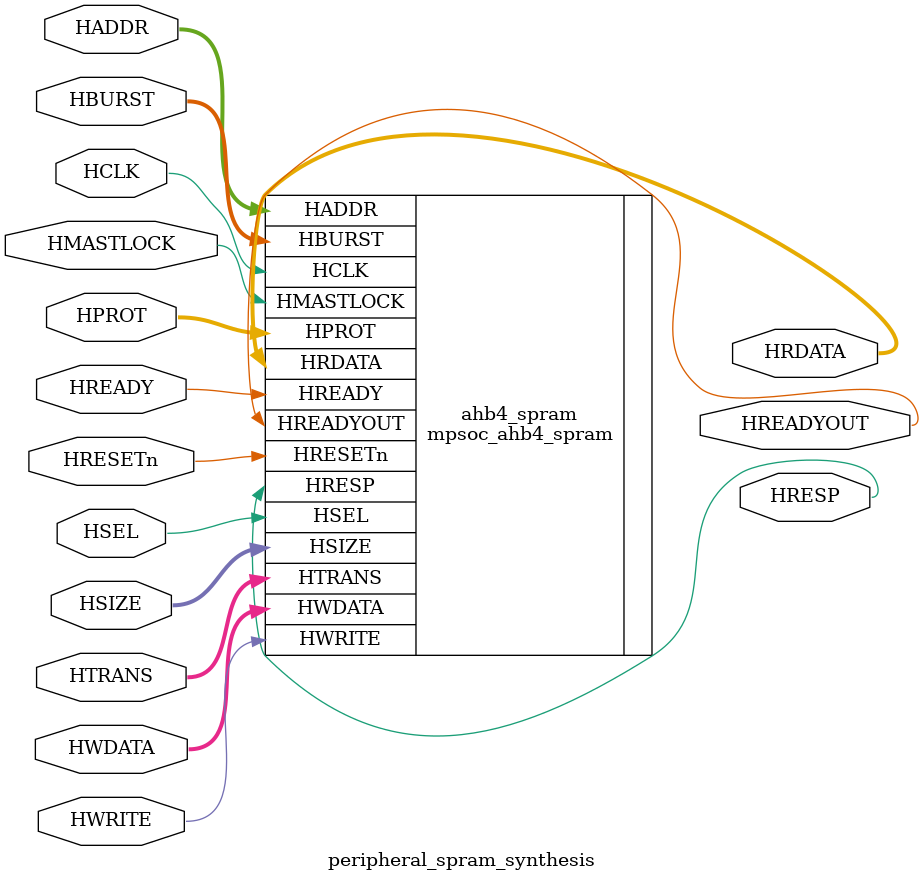
<source format=sv>

module peripheral_spram_synthesis #(
  parameter MEM_SIZE          = 256,        // Memory in Bytes
  parameter MEM_DEPTH         = 256,        // Memory depth
  parameter PLEN              = 8,
  parameter XLEN              = 32,
  parameter TECHNOLOGY        = "GENERIC",
  parameter REGISTERED_OUTPUT = "NO"
) (
  input HRESETn,
  input HCLK,

  input                 HSEL,
  input      [PLEN-1:0] HADDR,
  input      [XLEN-1:0] HWDATA,
  output reg [XLEN-1:0] HRDATA,
  input                 HWRITE,
  input      [     2:0] HSIZE,
  input      [     2:0] HBURST,
  input      [     3:0] HPROT,
  input      [     1:0] HTRANS,
  input                 HMASTLOCK,
  output reg            HREADYOUT,
  input                 HREADY,
  output                HRESP
);

  //////////////////////////////////////////////////////////////////////////////
  // Body
  //////////////////////////////////////////////////////////////////////////////

  // DUT AHB4
  mpsoc_ahb4_spram #(
    .MEM_SIZE         (MEM_SIZE),
    .MEM_DEPTH        (MEM_DEPTH),
    .PLEN             (PLEN),
    .XLEN             (XLEN),
    .TECHNOLOGY       (TECHNOLOGY),
    .REGISTERED_OUTPUT(REGISTERED_OUTPUT)
  ) ahb4_spram (
    .HRESETn(HRESETn),
    .HCLK   (HCLK),

    .HSEL     (HSEL),
    .HADDR    (HADDR),
    .HWDATA   (HWDATA),
    .HRDATA   (HRDATA),
    .HWRITE   (HWRITE),
    .HSIZE    (HSIZE),
    .HBURST   (HBURST),
    .HPROT    (HPROT),
    .HTRANS   (HTRANS),
    .HMASTLOCK(HMASTLOCK),
    .HREADYOUT(HREADYOUT),
    .HREADY   (HREADY),
    .HRESP    (HRESP)
  );
endmodule

</source>
